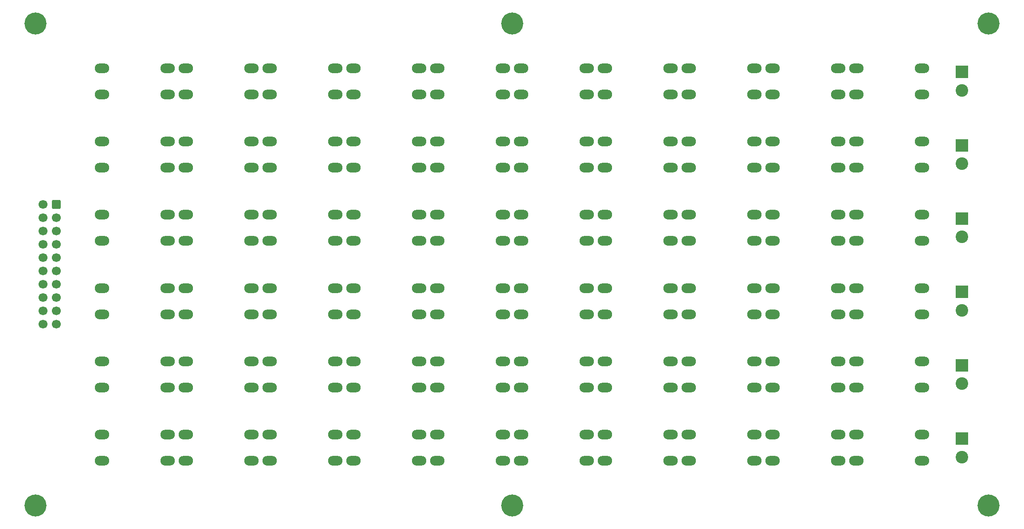
<source format=gts>
%TF.GenerationSoftware,KiCad,Pcbnew,6.0.0-rc2-1.20211220git160328a.fc35*%
%TF.CreationDate,2022-01-03T09:57:57+00:00*%
%TF.ProjectId,Keypad_6x11,4b657970-6164-45f3-9678-31312e6b6963,rev?*%
%TF.SameCoordinates,Original*%
%TF.FileFunction,Soldermask,Top*%
%TF.FilePolarity,Negative*%
%FSLAX46Y46*%
G04 Gerber Fmt 4.6, Leading zero omitted, Abs format (unit mm)*
G04 Created by KiCad (PCBNEW 6.0.0-rc2-1.20211220git160328a.fc35) date 2022-01-03 09:57:57*
%MOMM*%
%LPD*%
G01*
G04 APERTURE LIST*
G04 Aperture macros list*
%AMRoundRect*
0 Rectangle with rounded corners*
0 $1 Rounding radius*
0 $2 $3 $4 $5 $6 $7 $8 $9 X,Y pos of 4 corners*
0 Add a 4 corners polygon primitive as box body*
4,1,4,$2,$3,$4,$5,$6,$7,$8,$9,$2,$3,0*
0 Add four circle primitives for the rounded corners*
1,1,$1+$1,$2,$3*
1,1,$1+$1,$4,$5*
1,1,$1+$1,$6,$7*
1,1,$1+$1,$8,$9*
0 Add four rect primitives between the rounded corners*
20,1,$1+$1,$2,$3,$4,$5,0*
20,1,$1+$1,$4,$5,$6,$7,0*
20,1,$1+$1,$6,$7,$8,$9,0*
20,1,$1+$1,$8,$9,$2,$3,0*%
G04 Aperture macros list end*
%ADD10O,2.750000X1.850000*%
%ADD11C,4.201160*%
%ADD12R,2.400000X2.400000*%
%ADD13C,2.400000*%
%ADD14RoundRect,0.250000X0.600000X0.600000X-0.600000X0.600000X-0.600000X-0.600000X0.600000X-0.600000X0*%
%ADD15C,1.700000*%
G04 APERTURE END LIST*
D10*
X156250000Y-70500000D03*
X143750000Y-70500000D03*
X143750000Y-75500000D03*
X156250000Y-75500000D03*
X188250000Y-56500000D03*
X175750000Y-56500000D03*
X188250000Y-61500000D03*
X175750000Y-61500000D03*
X207750000Y-84500000D03*
X220250000Y-84500000D03*
X207750000Y-89500000D03*
X220250000Y-89500000D03*
X95750000Y-42500000D03*
X108250000Y-42500000D03*
X108250000Y-47500000D03*
X95750000Y-47500000D03*
X191750000Y-98500000D03*
X204250000Y-98500000D03*
X204250000Y-103500000D03*
X191750000Y-103500000D03*
X111750000Y-98500000D03*
X124250000Y-98500000D03*
X124250000Y-103500000D03*
X111750000Y-103500000D03*
X159750000Y-84500000D03*
X172250000Y-84500000D03*
X159750000Y-89500000D03*
X172250000Y-89500000D03*
X95750000Y-70500000D03*
X108250000Y-70500000D03*
X108250000Y-75500000D03*
X95750000Y-75500000D03*
X95750000Y-98500000D03*
X108250000Y-98500000D03*
X108250000Y-103500000D03*
X95750000Y-103500000D03*
X127750000Y-56500000D03*
X140250000Y-56500000D03*
X127750000Y-61500000D03*
X140250000Y-61500000D03*
X188250000Y-98500000D03*
X175750000Y-98500000D03*
X175750000Y-103500000D03*
X188250000Y-103500000D03*
X143750000Y-98500000D03*
X156250000Y-98500000D03*
X143750000Y-103500000D03*
X156250000Y-103500000D03*
X172250000Y-112500000D03*
X159750000Y-112500000D03*
X159750000Y-117500000D03*
X172250000Y-117500000D03*
X172250000Y-42500000D03*
X159750000Y-42500000D03*
X172250000Y-47500000D03*
X159750000Y-47500000D03*
X92250000Y-56500000D03*
X79750000Y-56500000D03*
X79750000Y-61500000D03*
X92250000Y-61500000D03*
X223750000Y-42500000D03*
X236250000Y-42500000D03*
X223750000Y-47500000D03*
X236250000Y-47500000D03*
X124250000Y-42500000D03*
X111750000Y-42500000D03*
X111750000Y-47500000D03*
X124250000Y-47500000D03*
D11*
X67000000Y-34000000D03*
D10*
X236250000Y-112500000D03*
X223750000Y-112500000D03*
X223750000Y-117500000D03*
X236250000Y-117500000D03*
X140250000Y-42500000D03*
X127750000Y-42500000D03*
X127750000Y-47500000D03*
X140250000Y-47500000D03*
X79750000Y-98500000D03*
X92250000Y-98500000D03*
X79750000Y-103500000D03*
X92250000Y-103500000D03*
X156250000Y-84500000D03*
X143750000Y-84500000D03*
X156250000Y-89500000D03*
X143750000Y-89500000D03*
D11*
X249000000Y-126000000D03*
X158000000Y-126000000D03*
D10*
X236250000Y-56500000D03*
X223750000Y-56500000D03*
X236250000Y-61500000D03*
X223750000Y-61500000D03*
X191750000Y-70500000D03*
X204250000Y-70500000D03*
X191750000Y-75500000D03*
X204250000Y-75500000D03*
X79750000Y-112500000D03*
X92250000Y-112500000D03*
X92250000Y-117500000D03*
X79750000Y-117500000D03*
X191750000Y-112500000D03*
X204250000Y-112500000D03*
X191750000Y-117500000D03*
X204250000Y-117500000D03*
X108250000Y-84500000D03*
X95750000Y-84500000D03*
X108250000Y-89500000D03*
X95750000Y-89500000D03*
X191750000Y-42500000D03*
X204250000Y-42500000D03*
X191750000Y-47500000D03*
X204250000Y-47500000D03*
X79750000Y-84500000D03*
X92250000Y-84500000D03*
X92250000Y-89500000D03*
X79750000Y-89500000D03*
X111750000Y-70500000D03*
X124250000Y-70500000D03*
X111750000Y-75500000D03*
X124250000Y-75500000D03*
X207750000Y-98500000D03*
X220250000Y-98500000D03*
X207750000Y-103500000D03*
X220250000Y-103500000D03*
X188250000Y-42500000D03*
X175750000Y-42500000D03*
X188250000Y-47500000D03*
X175750000Y-47500000D03*
X188250000Y-70500000D03*
X175750000Y-70500000D03*
X188250000Y-75500000D03*
X175750000Y-75500000D03*
X220250000Y-112500000D03*
X207750000Y-112500000D03*
X207750000Y-117500000D03*
X220250000Y-117500000D03*
D11*
X67000000Y-126000000D03*
D10*
X124250000Y-112500000D03*
X111750000Y-112500000D03*
X111750000Y-117500000D03*
X124250000Y-117500000D03*
X204250000Y-56500000D03*
X191750000Y-56500000D03*
X204250000Y-61500000D03*
X191750000Y-61500000D03*
X156250000Y-56500000D03*
X143750000Y-56500000D03*
X143750000Y-61500000D03*
X156250000Y-61500000D03*
X207750000Y-70500000D03*
X220250000Y-70500000D03*
X207750000Y-75500000D03*
X220250000Y-75500000D03*
X79750000Y-42500000D03*
X92250000Y-42500000D03*
X79750000Y-47500000D03*
X92250000Y-47500000D03*
X140250000Y-112500000D03*
X127750000Y-112500000D03*
X140250000Y-117500000D03*
X127750000Y-117500000D03*
X124250000Y-84500000D03*
X111750000Y-84500000D03*
X111750000Y-89500000D03*
X124250000Y-89500000D03*
X223750000Y-70500000D03*
X236250000Y-70500000D03*
X236250000Y-75500000D03*
X223750000Y-75500000D03*
X172250000Y-56500000D03*
X159750000Y-56500000D03*
X172250000Y-61500000D03*
X159750000Y-61500000D03*
X79750000Y-70500000D03*
X92250000Y-70500000D03*
X79750000Y-75500000D03*
X92250000Y-75500000D03*
X143750000Y-42500000D03*
X156250000Y-42500000D03*
X143750000Y-47500000D03*
X156250000Y-47500000D03*
X175750000Y-84500000D03*
X188250000Y-84500000D03*
X188250000Y-89500000D03*
X175750000Y-89500000D03*
X140250000Y-70500000D03*
X127750000Y-70500000D03*
X127750000Y-75500000D03*
X140250000Y-75500000D03*
D11*
X158000000Y-34000000D03*
D10*
X172250000Y-98500000D03*
X159750000Y-98500000D03*
X159750000Y-103500000D03*
X172250000Y-103500000D03*
X140250000Y-98500000D03*
X127750000Y-98500000D03*
X140250000Y-103500000D03*
X127750000Y-103500000D03*
D11*
X249000000Y-34000000D03*
D10*
X95750000Y-112500000D03*
X108250000Y-112500000D03*
X108250000Y-117500000D03*
X95750000Y-117500000D03*
X156250000Y-112500000D03*
X143750000Y-112500000D03*
X143750000Y-117500000D03*
X156250000Y-117500000D03*
X95750000Y-56500000D03*
X108250000Y-56500000D03*
X95750000Y-61500000D03*
X108250000Y-61500000D03*
X124250000Y-56500000D03*
X111750000Y-56500000D03*
X111750000Y-61500000D03*
X124250000Y-61500000D03*
X220250000Y-42500000D03*
X207750000Y-42500000D03*
X207750000Y-47500000D03*
X220250000Y-47500000D03*
X159750000Y-70500000D03*
X172250000Y-70500000D03*
X159750000Y-75500000D03*
X172250000Y-75500000D03*
X191750000Y-84500000D03*
X204250000Y-84500000D03*
X191750000Y-89500000D03*
X204250000Y-89500000D03*
X140250000Y-84500000D03*
X127750000Y-84500000D03*
X140250000Y-89500000D03*
X127750000Y-89500000D03*
X175750000Y-112500000D03*
X188250000Y-112500000D03*
X188250000Y-117500000D03*
X175750000Y-117500000D03*
X207750000Y-56500000D03*
X220250000Y-56500000D03*
X207750000Y-61500000D03*
X220250000Y-61500000D03*
X223750000Y-98500000D03*
X236250000Y-98500000D03*
X223750000Y-103500000D03*
X236250000Y-103500000D03*
X236250000Y-84500000D03*
X223750000Y-84500000D03*
X223750000Y-89500000D03*
X236250000Y-89500000D03*
D12*
X243900000Y-43250000D03*
D13*
X243900000Y-46750000D03*
D12*
X243900000Y-57250000D03*
D13*
X243900000Y-60750000D03*
D12*
X243900000Y-113250000D03*
D13*
X243900000Y-116750000D03*
D12*
X243900000Y-99250000D03*
D13*
X243900000Y-102750000D03*
D12*
X243900000Y-71250000D03*
D13*
X243900000Y-74750000D03*
D14*
X71000000Y-68570000D03*
D15*
X68460000Y-68570000D03*
X71000000Y-71110000D03*
X68460000Y-71110000D03*
X71000000Y-73650000D03*
X68460000Y-73650000D03*
X71000000Y-76190000D03*
X68460000Y-76190000D03*
X71000000Y-78730000D03*
X68460000Y-78730000D03*
X71000000Y-81270000D03*
X68460000Y-81270000D03*
X71000000Y-83810000D03*
X68460000Y-83810000D03*
X71000000Y-86350000D03*
X68460000Y-86350000D03*
X71000000Y-88890000D03*
X68460000Y-88890000D03*
X71000000Y-91430000D03*
X68460000Y-91430000D03*
D12*
X243900000Y-85250000D03*
D13*
X243900000Y-88750000D03*
M02*

</source>
